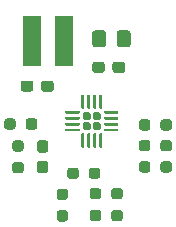
<source format=gbr>
%TF.GenerationSoftware,KiCad,Pcbnew,(5.1.10)-1*%
%TF.CreationDate,2021-09-07T14:02:49-05:00*%
%TF.ProjectId,bq25504_breakout_module,62713235-3530-4345-9f62-7265616b6f75,rev?*%
%TF.SameCoordinates,Original*%
%TF.FileFunction,Paste,Top*%
%TF.FilePolarity,Positive*%
%FSLAX46Y46*%
G04 Gerber Fmt 4.6, Leading zero omitted, Abs format (unit mm)*
G04 Created by KiCad (PCBNEW (5.1.10)-1) date 2021-09-07 14:02:49*
%MOMM*%
%LPD*%
G01*
G04 APERTURE LIST*
%ADD10R,1.600000X4.300000*%
G04 APERTURE END LIST*
%TO.C,U1*%
G36*
G01*
X158120225Y-99867500D02*
X158120225Y-99522500D01*
G75*
G02*
X158292725Y-99350000I172500J0D01*
G01*
X158637725Y-99350000D01*
G75*
G02*
X158810225Y-99522500I0J-172500D01*
G01*
X158810225Y-99867500D01*
G75*
G02*
X158637725Y-100040000I-172500J0D01*
G01*
X158292725Y-100040000D01*
G75*
G02*
X158120225Y-99867500I0J172500D01*
G01*
G37*
G36*
G01*
X158120225Y-99017500D02*
X158120225Y-98672500D01*
G75*
G02*
X158292725Y-98500000I172500J0D01*
G01*
X158637725Y-98500000D01*
G75*
G02*
X158810225Y-98672500I0J-172500D01*
G01*
X158810225Y-99017500D01*
G75*
G02*
X158637725Y-99190000I-172500J0D01*
G01*
X158292725Y-99190000D01*
G75*
G02*
X158120225Y-99017500I0J172500D01*
G01*
G37*
G36*
G01*
X157270225Y-99867500D02*
X157270225Y-99522500D01*
G75*
G02*
X157442725Y-99350000I172500J0D01*
G01*
X157787725Y-99350000D01*
G75*
G02*
X157960225Y-99522500I0J-172500D01*
G01*
X157960225Y-99867500D01*
G75*
G02*
X157787725Y-100040000I-172500J0D01*
G01*
X157442725Y-100040000D01*
G75*
G02*
X157270225Y-99867500I0J172500D01*
G01*
G37*
G36*
G01*
X157270225Y-99017500D02*
X157270225Y-98672500D01*
G75*
G02*
X157442725Y-98500000I172500J0D01*
G01*
X157787725Y-98500000D01*
G75*
G02*
X157960225Y-98672500I0J-172500D01*
G01*
X157960225Y-99017500D01*
G75*
G02*
X157787725Y-99190000I-172500J0D01*
G01*
X157442725Y-99190000D01*
G75*
G02*
X157270225Y-99017500I0J172500D01*
G01*
G37*
G36*
G01*
X157165225Y-98170000D02*
X157165225Y-97095000D01*
G75*
G02*
X157227725Y-97032500I62500J0D01*
G01*
X157352725Y-97032500D01*
G75*
G02*
X157415225Y-97095000I0J-62500D01*
G01*
X157415225Y-98170000D01*
G75*
G02*
X157352725Y-98232500I-62500J0D01*
G01*
X157227725Y-98232500D01*
G75*
G02*
X157165225Y-98170000I0J62500D01*
G01*
G37*
G36*
G01*
X157665225Y-98170000D02*
X157665225Y-97095000D01*
G75*
G02*
X157727725Y-97032500I62500J0D01*
G01*
X157852725Y-97032500D01*
G75*
G02*
X157915225Y-97095000I0J-62500D01*
G01*
X157915225Y-98170000D01*
G75*
G02*
X157852725Y-98232500I-62500J0D01*
G01*
X157727725Y-98232500D01*
G75*
G02*
X157665225Y-98170000I0J62500D01*
G01*
G37*
G36*
G01*
X158165225Y-98170000D02*
X158165225Y-97095000D01*
G75*
G02*
X158227725Y-97032500I62500J0D01*
G01*
X158352725Y-97032500D01*
G75*
G02*
X158415225Y-97095000I0J-62500D01*
G01*
X158415225Y-98170000D01*
G75*
G02*
X158352725Y-98232500I-62500J0D01*
G01*
X158227725Y-98232500D01*
G75*
G02*
X158165225Y-98170000I0J62500D01*
G01*
G37*
G36*
G01*
X158665225Y-98170000D02*
X158665225Y-97095000D01*
G75*
G02*
X158727725Y-97032500I62500J0D01*
G01*
X158852725Y-97032500D01*
G75*
G02*
X158915225Y-97095000I0J-62500D01*
G01*
X158915225Y-98170000D01*
G75*
G02*
X158852725Y-98232500I-62500J0D01*
G01*
X158727725Y-98232500D01*
G75*
G02*
X158665225Y-98170000I0J62500D01*
G01*
G37*
G36*
G01*
X159077725Y-98582500D02*
X159077725Y-98457500D01*
G75*
G02*
X159140225Y-98395000I62500J0D01*
G01*
X160215225Y-98395000D01*
G75*
G02*
X160277725Y-98457500I0J-62500D01*
G01*
X160277725Y-98582500D01*
G75*
G02*
X160215225Y-98645000I-62500J0D01*
G01*
X159140225Y-98645000D01*
G75*
G02*
X159077725Y-98582500I0J62500D01*
G01*
G37*
G36*
G01*
X159077725Y-99082500D02*
X159077725Y-98957500D01*
G75*
G02*
X159140225Y-98895000I62500J0D01*
G01*
X160215225Y-98895000D01*
G75*
G02*
X160277725Y-98957500I0J-62500D01*
G01*
X160277725Y-99082500D01*
G75*
G02*
X160215225Y-99145000I-62500J0D01*
G01*
X159140225Y-99145000D01*
G75*
G02*
X159077725Y-99082500I0J62500D01*
G01*
G37*
G36*
G01*
X159077725Y-99582500D02*
X159077725Y-99457500D01*
G75*
G02*
X159140225Y-99395000I62500J0D01*
G01*
X160215225Y-99395000D01*
G75*
G02*
X160277725Y-99457500I0J-62500D01*
G01*
X160277725Y-99582500D01*
G75*
G02*
X160215225Y-99645000I-62500J0D01*
G01*
X159140225Y-99645000D01*
G75*
G02*
X159077725Y-99582500I0J62500D01*
G01*
G37*
G36*
G01*
X159077725Y-100082500D02*
X159077725Y-99957500D01*
G75*
G02*
X159140225Y-99895000I62500J0D01*
G01*
X160215225Y-99895000D01*
G75*
G02*
X160277725Y-99957500I0J-62500D01*
G01*
X160277725Y-100082500D01*
G75*
G02*
X160215225Y-100145000I-62500J0D01*
G01*
X159140225Y-100145000D01*
G75*
G02*
X159077725Y-100082500I0J62500D01*
G01*
G37*
G36*
G01*
X158665225Y-101445000D02*
X158665225Y-100370000D01*
G75*
G02*
X158727725Y-100307500I62500J0D01*
G01*
X158852725Y-100307500D01*
G75*
G02*
X158915225Y-100370000I0J-62500D01*
G01*
X158915225Y-101445000D01*
G75*
G02*
X158852725Y-101507500I-62500J0D01*
G01*
X158727725Y-101507500D01*
G75*
G02*
X158665225Y-101445000I0J62500D01*
G01*
G37*
G36*
G01*
X158165225Y-101445000D02*
X158165225Y-100370000D01*
G75*
G02*
X158227725Y-100307500I62500J0D01*
G01*
X158352725Y-100307500D01*
G75*
G02*
X158415225Y-100370000I0J-62500D01*
G01*
X158415225Y-101445000D01*
G75*
G02*
X158352725Y-101507500I-62500J0D01*
G01*
X158227725Y-101507500D01*
G75*
G02*
X158165225Y-101445000I0J62500D01*
G01*
G37*
G36*
G01*
X157665225Y-101445000D02*
X157665225Y-100370000D01*
G75*
G02*
X157727725Y-100307500I62500J0D01*
G01*
X157852725Y-100307500D01*
G75*
G02*
X157915225Y-100370000I0J-62500D01*
G01*
X157915225Y-101445000D01*
G75*
G02*
X157852725Y-101507500I-62500J0D01*
G01*
X157727725Y-101507500D01*
G75*
G02*
X157665225Y-101445000I0J62500D01*
G01*
G37*
G36*
G01*
X157165225Y-101445000D02*
X157165225Y-100370000D01*
G75*
G02*
X157227725Y-100307500I62500J0D01*
G01*
X157352725Y-100307500D01*
G75*
G02*
X157415225Y-100370000I0J-62500D01*
G01*
X157415225Y-101445000D01*
G75*
G02*
X157352725Y-101507500I-62500J0D01*
G01*
X157227725Y-101507500D01*
G75*
G02*
X157165225Y-101445000I0J62500D01*
G01*
G37*
G36*
G01*
X155802725Y-100082500D02*
X155802725Y-99957500D01*
G75*
G02*
X155865225Y-99895000I62500J0D01*
G01*
X156940225Y-99895000D01*
G75*
G02*
X157002725Y-99957500I0J-62500D01*
G01*
X157002725Y-100082500D01*
G75*
G02*
X156940225Y-100145000I-62500J0D01*
G01*
X155865225Y-100145000D01*
G75*
G02*
X155802725Y-100082500I0J62500D01*
G01*
G37*
G36*
G01*
X155802725Y-99582500D02*
X155802725Y-99457500D01*
G75*
G02*
X155865225Y-99395000I62500J0D01*
G01*
X156940225Y-99395000D01*
G75*
G02*
X157002725Y-99457500I0J-62500D01*
G01*
X157002725Y-99582500D01*
G75*
G02*
X156940225Y-99645000I-62500J0D01*
G01*
X155865225Y-99645000D01*
G75*
G02*
X155802725Y-99582500I0J62500D01*
G01*
G37*
G36*
G01*
X155802725Y-99082500D02*
X155802725Y-98957500D01*
G75*
G02*
X155865225Y-98895000I62500J0D01*
G01*
X156940225Y-98895000D01*
G75*
G02*
X157002725Y-98957500I0J-62500D01*
G01*
X157002725Y-99082500D01*
G75*
G02*
X156940225Y-99145000I-62500J0D01*
G01*
X155865225Y-99145000D01*
G75*
G02*
X155802725Y-99082500I0J62500D01*
G01*
G37*
G36*
G01*
X155802725Y-98582500D02*
X155802725Y-98457500D01*
G75*
G02*
X155865225Y-98395000I62500J0D01*
G01*
X156940225Y-98395000D01*
G75*
G02*
X157002725Y-98457500I0J-62500D01*
G01*
X157002725Y-98582500D01*
G75*
G02*
X156940225Y-98645000I-62500J0D01*
G01*
X155865225Y-98645000D01*
G75*
G02*
X155802725Y-98582500I0J62500D01*
G01*
G37*
%TD*%
%TO.C,R9*%
G36*
G01*
X150620900Y-99754700D02*
X150620900Y-99279700D01*
G75*
G02*
X150858400Y-99042200I237500J0D01*
G01*
X151358400Y-99042200D01*
G75*
G02*
X151595900Y-99279700I0J-237500D01*
G01*
X151595900Y-99754700D01*
G75*
G02*
X151358400Y-99992200I-237500J0D01*
G01*
X150858400Y-99992200D01*
G75*
G02*
X150620900Y-99754700I0J237500D01*
G01*
G37*
G36*
G01*
X152445900Y-99754700D02*
X152445900Y-99279700D01*
G75*
G02*
X152683400Y-99042200I237500J0D01*
G01*
X153183400Y-99042200D01*
G75*
G02*
X153420900Y-99279700I0J-237500D01*
G01*
X153420900Y-99754700D01*
G75*
G02*
X153183400Y-99992200I-237500J0D01*
G01*
X152683400Y-99992200D01*
G75*
G02*
X152445900Y-99754700I0J237500D01*
G01*
G37*
%TD*%
%TO.C,R8*%
G36*
G01*
X152027900Y-101862700D02*
X151552900Y-101862700D01*
G75*
G02*
X151315400Y-101625200I0J237500D01*
G01*
X151315400Y-101125200D01*
G75*
G02*
X151552900Y-100887700I237500J0D01*
G01*
X152027900Y-100887700D01*
G75*
G02*
X152265400Y-101125200I0J-237500D01*
G01*
X152265400Y-101625200D01*
G75*
G02*
X152027900Y-101862700I-237500J0D01*
G01*
G37*
G36*
G01*
X152027900Y-103687700D02*
X151552900Y-103687700D01*
G75*
G02*
X151315400Y-103450200I0J237500D01*
G01*
X151315400Y-102950200D01*
G75*
G02*
X151552900Y-102712700I237500J0D01*
G01*
X152027900Y-102712700D01*
G75*
G02*
X152265400Y-102950200I0J-237500D01*
G01*
X152265400Y-103450200D01*
G75*
G02*
X152027900Y-103687700I-237500J0D01*
G01*
G37*
%TD*%
%TO.C,R7*%
G36*
G01*
X163850500Y-99830900D02*
X163850500Y-99355900D01*
G75*
G02*
X164088000Y-99118400I237500J0D01*
G01*
X164588000Y-99118400D01*
G75*
G02*
X164825500Y-99355900I0J-237500D01*
G01*
X164825500Y-99830900D01*
G75*
G02*
X164588000Y-100068400I-237500J0D01*
G01*
X164088000Y-100068400D01*
G75*
G02*
X163850500Y-99830900I0J237500D01*
G01*
G37*
G36*
G01*
X162025500Y-99830900D02*
X162025500Y-99355900D01*
G75*
G02*
X162263000Y-99118400I237500J0D01*
G01*
X162763000Y-99118400D01*
G75*
G02*
X163000500Y-99355900I0J-237500D01*
G01*
X163000500Y-99830900D01*
G75*
G02*
X162763000Y-100068400I-237500J0D01*
G01*
X162263000Y-100068400D01*
G75*
G02*
X162025500Y-99830900I0J237500D01*
G01*
G37*
%TD*%
%TO.C,R6*%
G36*
G01*
X163850500Y-101583500D02*
X163850500Y-101108500D01*
G75*
G02*
X164088000Y-100871000I237500J0D01*
G01*
X164588000Y-100871000D01*
G75*
G02*
X164825500Y-101108500I0J-237500D01*
G01*
X164825500Y-101583500D01*
G75*
G02*
X164588000Y-101821000I-237500J0D01*
G01*
X164088000Y-101821000D01*
G75*
G02*
X163850500Y-101583500I0J237500D01*
G01*
G37*
G36*
G01*
X162025500Y-101583500D02*
X162025500Y-101108500D01*
G75*
G02*
X162263000Y-100871000I237500J0D01*
G01*
X162763000Y-100871000D01*
G75*
G02*
X163000500Y-101108500I0J-237500D01*
G01*
X163000500Y-101583500D01*
G75*
G02*
X162763000Y-101821000I-237500J0D01*
G01*
X162263000Y-101821000D01*
G75*
G02*
X162025500Y-101583500I0J237500D01*
G01*
G37*
%TD*%
%TO.C,R5*%
G36*
G01*
X163850500Y-103386900D02*
X163850500Y-102911900D01*
G75*
G02*
X164088000Y-102674400I237500J0D01*
G01*
X164588000Y-102674400D01*
G75*
G02*
X164825500Y-102911900I0J-237500D01*
G01*
X164825500Y-103386900D01*
G75*
G02*
X164588000Y-103624400I-237500J0D01*
G01*
X164088000Y-103624400D01*
G75*
G02*
X163850500Y-103386900I0J237500D01*
G01*
G37*
G36*
G01*
X162025500Y-103386900D02*
X162025500Y-102911900D01*
G75*
G02*
X162263000Y-102674400I237500J0D01*
G01*
X162763000Y-102674400D01*
G75*
G02*
X163000500Y-102911900I0J-237500D01*
G01*
X163000500Y-103386900D01*
G75*
G02*
X162763000Y-103624400I-237500J0D01*
G01*
X162263000Y-103624400D01*
G75*
G02*
X162025500Y-103386900I0J237500D01*
G01*
G37*
%TD*%
%TO.C,R4*%
G36*
G01*
X158833000Y-107026700D02*
X158833000Y-107501700D01*
G75*
G02*
X158595500Y-107739200I-237500J0D01*
G01*
X158095500Y-107739200D01*
G75*
G02*
X157858000Y-107501700I0J237500D01*
G01*
X157858000Y-107026700D01*
G75*
G02*
X158095500Y-106789200I237500J0D01*
G01*
X158595500Y-106789200D01*
G75*
G02*
X158833000Y-107026700I0J-237500D01*
G01*
G37*
G36*
G01*
X160658000Y-107026700D02*
X160658000Y-107501700D01*
G75*
G02*
X160420500Y-107739200I-237500J0D01*
G01*
X159920500Y-107739200D01*
G75*
G02*
X159683000Y-107501700I0J237500D01*
G01*
X159683000Y-107026700D01*
G75*
G02*
X159920500Y-106789200I237500J0D01*
G01*
X160420500Y-106789200D01*
G75*
G02*
X160658000Y-107026700I0J-237500D01*
G01*
G37*
%TD*%
%TO.C,R3*%
G36*
G01*
X159683000Y-105647500D02*
X159683000Y-105172500D01*
G75*
G02*
X159920500Y-104935000I237500J0D01*
G01*
X160420500Y-104935000D01*
G75*
G02*
X160658000Y-105172500I0J-237500D01*
G01*
X160658000Y-105647500D01*
G75*
G02*
X160420500Y-105885000I-237500J0D01*
G01*
X159920500Y-105885000D01*
G75*
G02*
X159683000Y-105647500I0J237500D01*
G01*
G37*
G36*
G01*
X157858000Y-105647500D02*
X157858000Y-105172500D01*
G75*
G02*
X158095500Y-104935000I237500J0D01*
G01*
X158595500Y-104935000D01*
G75*
G02*
X158833000Y-105172500I0J-237500D01*
G01*
X158833000Y-105647500D01*
G75*
G02*
X158595500Y-105885000I-237500J0D01*
G01*
X158095500Y-105885000D01*
G75*
G02*
X157858000Y-105647500I0J237500D01*
G01*
G37*
%TD*%
%TO.C,R2*%
G36*
G01*
X155312100Y-106798300D02*
X155787100Y-106798300D01*
G75*
G02*
X156024600Y-107035800I0J-237500D01*
G01*
X156024600Y-107535800D01*
G75*
G02*
X155787100Y-107773300I-237500J0D01*
G01*
X155312100Y-107773300D01*
G75*
G02*
X155074600Y-107535800I0J237500D01*
G01*
X155074600Y-107035800D01*
G75*
G02*
X155312100Y-106798300I237500J0D01*
G01*
G37*
G36*
G01*
X155312100Y-104973300D02*
X155787100Y-104973300D01*
G75*
G02*
X156024600Y-105210800I0J-237500D01*
G01*
X156024600Y-105710800D01*
G75*
G02*
X155787100Y-105948300I-237500J0D01*
G01*
X155312100Y-105948300D01*
G75*
G02*
X155074600Y-105710800I0J237500D01*
G01*
X155074600Y-105210800D01*
G75*
G02*
X155312100Y-104973300I237500J0D01*
G01*
G37*
%TD*%
%TO.C,R1*%
G36*
G01*
X156929900Y-103445300D02*
X156929900Y-103920300D01*
G75*
G02*
X156692400Y-104157800I-237500J0D01*
G01*
X156192400Y-104157800D01*
G75*
G02*
X155954900Y-103920300I0J237500D01*
G01*
X155954900Y-103445300D01*
G75*
G02*
X156192400Y-103207800I237500J0D01*
G01*
X156692400Y-103207800D01*
G75*
G02*
X156929900Y-103445300I0J-237500D01*
G01*
G37*
G36*
G01*
X158754900Y-103445300D02*
X158754900Y-103920300D01*
G75*
G02*
X158517400Y-104157800I-237500J0D01*
G01*
X158017400Y-104157800D01*
G75*
G02*
X157779900Y-103920300I0J237500D01*
G01*
X157779900Y-103445300D01*
G75*
G02*
X158017400Y-103207800I237500J0D01*
G01*
X158517400Y-103207800D01*
G75*
G02*
X158754900Y-103445300I0J-237500D01*
G01*
G37*
%TD*%
D10*
%TO.C,L1*%
X155702000Y-92506800D03*
X153002000Y-92506800D03*
%TD*%
%TO.C,C6*%
G36*
G01*
X159787300Y-94954100D02*
X159787300Y-94479100D01*
G75*
G02*
X160024800Y-94241600I237500J0D01*
G01*
X160624800Y-94241600D01*
G75*
G02*
X160862300Y-94479100I0J-237500D01*
G01*
X160862300Y-94954100D01*
G75*
G02*
X160624800Y-95191600I-237500J0D01*
G01*
X160024800Y-95191600D01*
G75*
G02*
X159787300Y-94954100I0J237500D01*
G01*
G37*
G36*
G01*
X158062300Y-94954100D02*
X158062300Y-94479100D01*
G75*
G02*
X158299800Y-94241600I237500J0D01*
G01*
X158899800Y-94241600D01*
G75*
G02*
X159137300Y-94479100I0J-237500D01*
G01*
X159137300Y-94954100D01*
G75*
G02*
X158899800Y-95191600I-237500J0D01*
G01*
X158299800Y-95191600D01*
G75*
G02*
X158062300Y-94954100I0J237500D01*
G01*
G37*
%TD*%
%TO.C,C5*%
G36*
G01*
X160143700Y-92778600D02*
X160143700Y-91828600D01*
G75*
G02*
X160393700Y-91578600I250000J0D01*
G01*
X161068700Y-91578600D01*
G75*
G02*
X161318700Y-91828600I0J-250000D01*
G01*
X161318700Y-92778600D01*
G75*
G02*
X161068700Y-93028600I-250000J0D01*
G01*
X160393700Y-93028600D01*
G75*
G02*
X160143700Y-92778600I0J250000D01*
G01*
G37*
G36*
G01*
X158068700Y-92778600D02*
X158068700Y-91828600D01*
G75*
G02*
X158318700Y-91578600I250000J0D01*
G01*
X158993700Y-91578600D01*
G75*
G02*
X159243700Y-91828600I0J-250000D01*
G01*
X159243700Y-92778600D01*
G75*
G02*
X158993700Y-93028600I-250000J0D01*
G01*
X158318700Y-93028600D01*
G75*
G02*
X158068700Y-92778600I0J250000D01*
G01*
G37*
%TD*%
%TO.C,C3*%
G36*
G01*
X153635700Y-102612700D02*
X154110700Y-102612700D01*
G75*
G02*
X154348200Y-102850200I0J-237500D01*
G01*
X154348200Y-103450200D01*
G75*
G02*
X154110700Y-103687700I-237500J0D01*
G01*
X153635700Y-103687700D01*
G75*
G02*
X153398200Y-103450200I0J237500D01*
G01*
X153398200Y-102850200D01*
G75*
G02*
X153635700Y-102612700I237500J0D01*
G01*
G37*
G36*
G01*
X153635700Y-100887700D02*
X154110700Y-100887700D01*
G75*
G02*
X154348200Y-101125200I0J-237500D01*
G01*
X154348200Y-101725200D01*
G75*
G02*
X154110700Y-101962700I-237500J0D01*
G01*
X153635700Y-101962700D01*
G75*
G02*
X153398200Y-101725200I0J237500D01*
G01*
X153398200Y-101125200D01*
G75*
G02*
X153635700Y-100887700I237500J0D01*
G01*
G37*
%TD*%
%TO.C,C2*%
G36*
G01*
X153742100Y-96554300D02*
X153742100Y-96079300D01*
G75*
G02*
X153979600Y-95841800I237500J0D01*
G01*
X154579600Y-95841800D01*
G75*
G02*
X154817100Y-96079300I0J-237500D01*
G01*
X154817100Y-96554300D01*
G75*
G02*
X154579600Y-96791800I-237500J0D01*
G01*
X153979600Y-96791800D01*
G75*
G02*
X153742100Y-96554300I0J237500D01*
G01*
G37*
G36*
G01*
X152017100Y-96554300D02*
X152017100Y-96079300D01*
G75*
G02*
X152254600Y-95841800I237500J0D01*
G01*
X152854600Y-95841800D01*
G75*
G02*
X153092100Y-96079300I0J-237500D01*
G01*
X153092100Y-96554300D01*
G75*
G02*
X152854600Y-96791800I-237500J0D01*
G01*
X152254600Y-96791800D01*
G75*
G02*
X152017100Y-96554300I0J237500D01*
G01*
G37*
%TD*%
M02*

</source>
